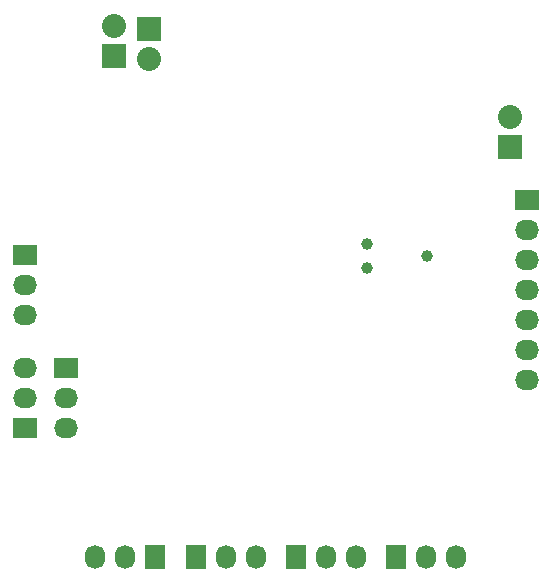
<source format=gbs>
G04 #@! TF.FileFunction,Soldermask,Bot*
%FSLAX46Y46*%
G04 Gerber Fmt 4.6, Leading zero omitted, Abs format (unit mm)*
G04 Created by KiCad (PCBNEW (2016-03-07 BZR 6612)-product) date Monday, 30 May 2016 'amt' 03:10:13*
%MOMM*%
G01*
G04 APERTURE LIST*
%ADD10C,0.100000*%
%ADD11R,2.032000X1.727200*%
%ADD12O,2.032000X1.727200*%
%ADD13R,2.032000X2.032000*%
%ADD14O,2.032000X2.032000*%
%ADD15R,1.727200X2.032000*%
%ADD16O,1.727200X2.032000*%
%ADD17C,1.000000*%
G04 APERTURE END LIST*
D10*
D11*
X154000000Y-72460000D03*
D12*
X154000000Y-75000000D03*
X154000000Y-77540000D03*
D13*
X161500000Y-55540000D03*
D14*
X161500000Y-53000000D03*
D15*
X165000000Y-98000000D03*
D16*
X162460000Y-98000000D03*
X159920000Y-98000000D03*
D17*
X188040000Y-72495000D03*
X182960000Y-71479000D03*
X182960000Y-73511000D03*
D11*
X154000000Y-87040000D03*
D12*
X154000000Y-84500000D03*
X154000000Y-81960000D03*
D15*
X168460000Y-98000000D03*
D16*
X171000000Y-98000000D03*
X173540000Y-98000000D03*
D15*
X185420000Y-98000000D03*
D16*
X187960000Y-98000000D03*
X190500000Y-98000000D03*
D15*
X176960000Y-98000000D03*
D16*
X179500000Y-98000000D03*
X182040000Y-98000000D03*
D11*
X157500000Y-81960000D03*
D12*
X157500000Y-84500000D03*
X157500000Y-87040000D03*
D13*
X164500000Y-53300000D03*
D14*
X164500000Y-55840000D03*
D11*
X196476000Y-67746000D03*
D12*
X196476000Y-70286000D03*
X196476000Y-72826000D03*
X196476000Y-75366000D03*
X196476000Y-77906000D03*
X196476000Y-80446000D03*
X196476000Y-82986000D03*
D13*
X195072000Y-63246000D03*
D14*
X195072000Y-60706000D03*
M02*

</source>
